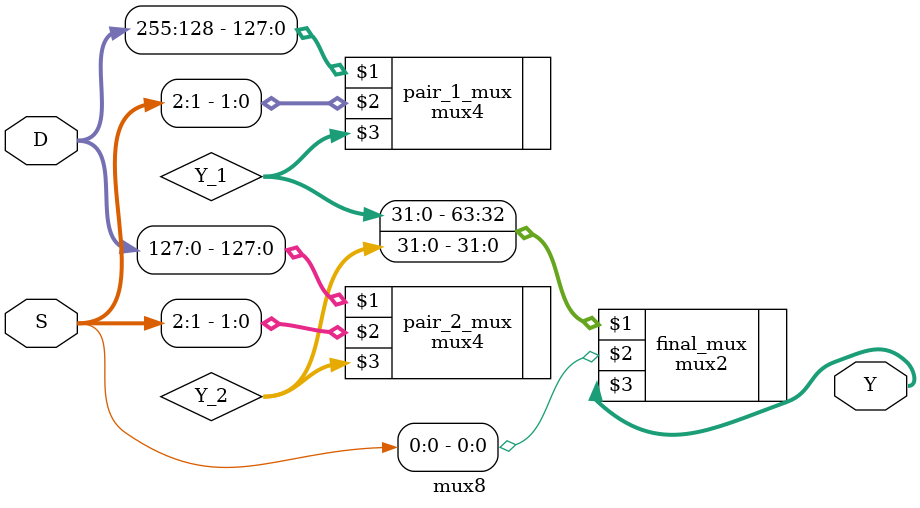
<source format=sv>
module mux8(D,S,Y);

input wire [255:0] D;
input wire [2:0] S;
output logic [31:0] Y;
logic [31:0] Y_1, Y_2;

mux4 pair_1_mux (D[255:128], S[2:1], Y_1);
mux4 pair_2_mux (D[127:0], S[2:1], Y_2);
mux2 final_mux ({Y_1,Y_2}, S[0], Y);

endmodule
</source>
